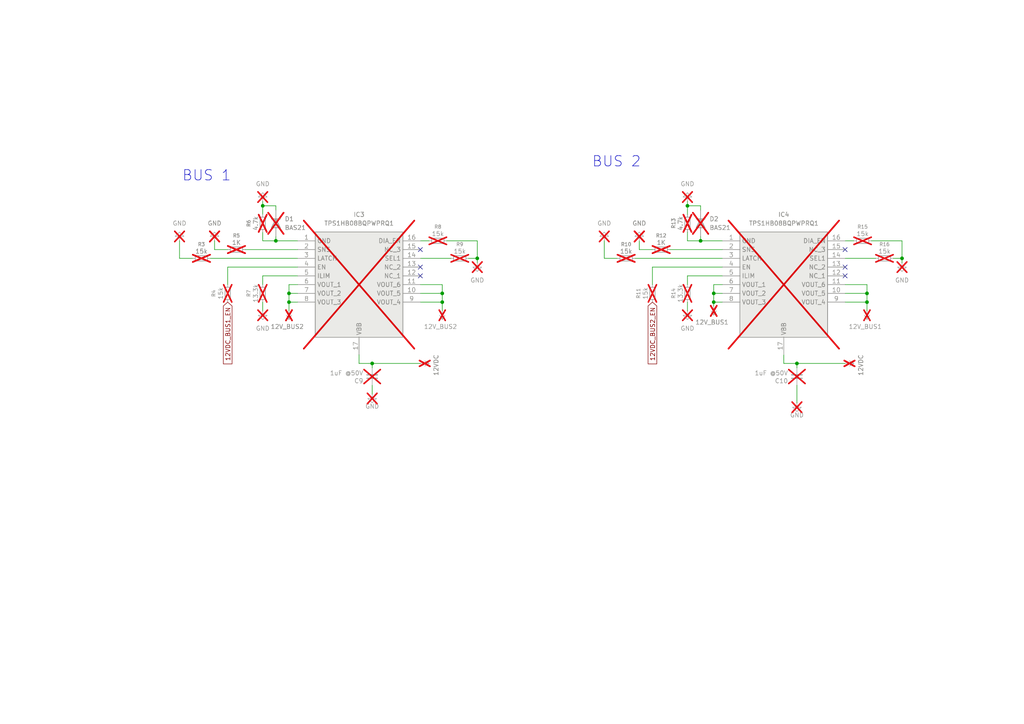
<source format=kicad_sch>
(kicad_sch (version 20250114) (generator "eeschema") (generator_version "9.0")
  (paper "A4")
  (lib_symbols
    (symbol "Device:C_Small" (pin_numbers (hide yes)) (pin_names (offset 0.254) (hide yes))
      (property "Reference" "C" (at 0.254 1.778 0))
      (property "Value" "C_Small" (at 0.254 -2.032 0))
      (symbol "C_Small_0_1"
        (polyline (pts (xy -1.524 0.508) (xy 1.524 0.508)) (stroke (width 0.3048)))
        (polyline (pts (xy -1.524 -0.508) (xy 1.524 -0.508)) (stroke (width 0.3302)))
      )
      (symbol "C_Small_1_1"
        (pin passive line (at 0 2.54 270) (length 2.032) (name "~") (number "1"))
        (pin passive line (at 0 -2.54 90) (length 2.032) (name "~") (number "2"))
      )
    )
    (symbol "Device:R_Small" (pin_numbers (hide yes)) (pin_names (offset 0.254) (hide yes))
      (property "Reference" "R" (at 0 0 90))
      (property "Value" "R_Small" (at 1.778 0 90))
      (symbol "R_Small_0_1"
        (rectangle (start -0.762 1.778) (end 0.762 -1.778) (stroke (width 0.2032)))
      )
      (symbol "R_Small_1_1"
        (pin passive line (at 0 2.54 270) (length 0.762) (name "~") (number "1"))
        (pin passive line (at 0 -2.54 90) (length 0.762) (name "~") (number "2"))
      )
    )
    (symbol "Diode:BAS21" (pin_numbers (hide yes)) (pin_names (hide yes))
      (property "Reference" "D" (at 0 2.54 0))
      (property "Value" "BAS21" (at 0 -2.54 0))
      (symbol "BAS21_0_1"
        (polyline (pts (xy -1.27 1.27) (xy -1.27 -1.27)) (stroke (width 0.254)))
        (polyline (pts (xy 1.27 1.27) (xy 1.27 -1.27) (xy -1.27 0) (xy 1.27 1.27)) (stroke (width 0.254)))
        (polyline (pts (xy 1.27 0) (xy -1.27 0)))
      )
      (symbol "BAS21_1_1"
        (pin passive line (at -3.81 0 0) (length 2.54) (name "K") (number "3"))
        (pin no_connect line (at -1.27 0 0) (length 2.54) (hide yes) (name "NC") (number "2"))
        (pin passive line (at 3.81 0 180) (length 2.54) (name "A") (number "1"))
      )
    )
    (symbol "power:+BATT" (power) (pin_numbers (hide yes)) (pin_names (offset 0) (hide yes))
      (property "Value" "+BATT" (at 0 3.556 0))
      (symbol "+BATT_0_1"
        (polyline (pts (xy -0.762 1.27) (xy 0 2.54)))
        (polyline (pts (xy 0 2.54) (xy 0.762 1.27)))
        (polyline (pts (xy 0 0) (xy 0 2.54)))
      )
      (symbol "+BATT_1_1"
        (pin power_in line (at 0 0 90) (length 0) (name "~") (number "1"))
      )
    )
    (symbol "power:GND1" (power) (pin_numbers (hide yes)) (pin_names (offset 0) (hide yes))
      (property "Value" "GND1" (at 0 -3.81 0))
      (symbol "GND1_0_1"
        (polyline (pts (xy 0 0) (xy 0 -1.27) (xy 1.27 -1.27) (xy 0 -2.54) (xy -1.27 -1.27) (xy 0 -1.27)))
      )
      (symbol "GND1_1_1"
        (pin power_in line (at 0 0 270) (length 0) (name "~") (number "1"))
      )
    )
    (symbol "samac_sys:TPS1HB08BQPWPRQ1"
      (property "Reference" "IC" (at 31.75 7.62 0))
      (property "Value" "TPS1HB08BQPWPRQ1" (at 31.75 5.08 0))
      (symbol "TPS1HB08BQPWPRQ1_1_1"
        (rectangle (start 5.08 2.54) (end 30.48 -27.94) (stroke (width 0.254)) (fill (type background)))
        (pin passive line (at 0 0 0) (length 5.08) (name "GND") (number "1"))
        (pin passive line (at 0 -2.54 0) (length 5.08) (name "SNS") (number "2"))
        (pin passive line (at 0 -5.08 0) (length 5.08) (name "LATCH") (number "3"))
        (pin passive line (at 0 -7.62 0) (length 5.08) (name "EN") (number "4"))
        (pin passive line (at 0 -10.16 0) (length 5.08) (name "ILIM") (number "5"))
        (pin passive line (at 0 -12.7 0) (length 5.08) (name "VOUT_1") (number "6"))
        (pin passive line (at 0 -15.24 0) (length 5.08) (name "VOUT_2") (number "7"))
        (pin passive line (at 0 -17.78 0) (length 5.08) (name "VOUT_3") (number "8"))
        (pin passive line (at 17.78 -33.02 90) (length 5.08) (name "VBB") (number "17"))
        (pin passive line (at 35.56 0 180) (length 5.08) (name "DIA_EN") (number "16"))
        (pin passive line (at 35.56 -2.54 180) (length 5.08) (name "NC_3") (number "15"))
        (pin passive line (at 35.56 -5.08 180) (length 5.08) (name "SEL1") (number "14"))
        (pin passive line (at 35.56 -7.62 180) (length 5.08) (name "NC_2") (number "13"))
        (pin passive line (at 35.56 -10.16 180) (length 5.08) (name "NC_1") (number "12"))
        (pin passive line (at 35.56 -12.7 180) (length 5.08) (name "VOUT_6") (number "11"))
        (pin passive line (at 35.56 -15.24 180) (length 5.08) (name "VOUT_5") (number "10"))
        (pin passive line (at 35.56 -17.78 180) (length 5.08) (name "VOUT_4") (number "9"))
      )
    )
  )
  (text "BUS 2\n" (at 178.816 46.99 0) (effects (font (size 3 3))))
  (text "BUS 1" (at 59.944 51.054 0) (effects (font (size 3 3))))
  (junction (at 251.46 87.63))
  (junction (at 261.62 74.93))
  (junction (at 207.01 85.09))
  (junction (at 251.46 85.09))
  (junction (at 80.01 69.85))
  (junction (at 107.95 105.41))
  (junction (at 76.2 59.69))
  (junction (at 231.14 105.41))
  (junction (at 128.27 87.63))
  (junction (at 138.43 74.93))
  (junction (at 83.82 87.63))
  (junction (at 203.2 69.85))
  (junction (at 199.39 59.69))
  (junction (at 128.27 85.09))
  (junction (at 207.01 87.63))
  (junction (at 83.82 85.09))
  (no_connect (at 121.92 77.47))
  (no_connect (at 245.11 72.39))
  (no_connect (at 245.11 77.47))
  (no_connect (at 121.92 80.01))
  (no_connect (at 121.92 72.39))
  (no_connect (at 245.11 80.01))
  (wire (pts (xy 194.31 72.39) (xy 209.55 72.39)))
  (wire (pts (xy 203.2 59.69) (xy 199.39 59.69)))
  (wire (pts (xy 121.92 69.85) (xy 124.46 69.85)))
  (wire (pts (xy 121.92 87.63) (xy 128.27 87.63)))
  (wire (pts (xy 245.11 69.85) (xy 247.65 69.85)))
  (wire (pts (xy 251.46 85.09) (xy 251.46 87.63)))
  (wire (pts (xy 231.14 106.68) (xy 231.14 105.41)))
  (wire (pts (xy 227.33 105.41) (xy 227.33 102.87)))
  (wire (pts (xy 209.55 69.85) (xy 203.2 69.85)))
  (wire (pts (xy 185.42 72.39) (xy 189.23 72.39)))
  (wire (pts (xy 129.54 69.85) (xy 138.43 69.85)))
  (wire (pts (xy 80.01 59.69) (xy 76.2 59.69)))
  (wire (pts (xy 76.2 90.17) (xy 76.2 87.63)))
  (wire (pts (xy 209.55 80.01) (xy 199.39 80.01)))
  (wire (pts (xy 83.82 85.09) (xy 83.82 82.55)))
  (wire (pts (xy 251.46 82.55) (xy 251.46 85.09)))
  (wire (pts (xy 62.23 69.85) (xy 62.23 72.39)))
  (wire (pts (xy 245.11 85.09) (xy 251.46 85.09)))
  (wire (pts (xy 66.04 77.47) (xy 86.36 77.47)))
  (wire (pts (xy 76.2 59.69) (xy 76.2 58.42)))
  (wire (pts (xy 207.01 87.63) (xy 209.55 87.63)))
  (wire (pts (xy 245.11 87.63) (xy 251.46 87.63)))
  (wire (pts (xy 138.43 69.85) (xy 138.43 74.93)))
  (wire (pts (xy 199.39 80.01) (xy 199.39 82.55)))
  (wire (pts (xy 83.82 87.63) (xy 83.82 90.17)))
  (wire (pts (xy 227.33 105.41) (xy 231.14 105.41)))
  (wire (pts (xy 207.01 87.63) (xy 207.01 85.09)))
  (wire (pts (xy 76.2 69.85) (xy 80.01 69.85)))
  (wire (pts (xy 199.39 90.17) (xy 199.39 87.63)))
  (wire (pts (xy 261.62 69.85) (xy 261.62 74.93)))
  (wire (pts (xy 104.14 105.41) (xy 104.14 102.87)))
  (wire (pts (xy 138.43 76.2) (xy 138.43 74.93)))
  (wire (pts (xy 128.27 87.63) (xy 128.27 90.17)))
  (wire (pts (xy 175.26 69.85) (xy 175.26 74.93)))
  (wire (pts (xy 185.42 69.85) (xy 185.42 72.39)))
  (wire (pts (xy 135.89 74.93) (xy 138.43 74.93)))
  (wire (pts (xy 184.15 74.93) (xy 209.55 74.93)))
  (wire (pts (xy 121.92 74.93) (xy 130.81 74.93)))
  (wire (pts (xy 107.95 106.68) (xy 107.95 105.41)))
  (wire (pts (xy 128.27 82.55) (xy 128.27 85.09)))
  (wire (pts (xy 107.95 111.76) (xy 107.95 114.3)))
  (wire (pts (xy 259.08 74.93) (xy 261.62 74.93)))
  (wire (pts (xy 121.92 85.09) (xy 128.27 85.09)))
  (wire (pts (xy 207.01 82.55) (xy 209.55 82.55)))
  (wire (pts (xy 104.14 105.41) (xy 107.95 105.41)))
  (wire (pts (xy 245.11 74.93) (xy 254 74.93)))
  (wire (pts (xy 76.2 67.31) (xy 76.2 69.85)))
  (wire (pts (xy 203.2 60.96) (xy 203.2 59.69)))
  (wire (pts (xy 231.14 105.41) (xy 245.11 105.41)))
  (wire (pts (xy 128.27 85.09) (xy 128.27 87.63)))
  (wire (pts (xy 83.82 82.55) (xy 86.36 82.55)))
  (wire (pts (xy 252.73 69.85) (xy 261.62 69.85)))
  (wire (pts (xy 62.23 72.39) (xy 66.04 72.39)))
  (wire (pts (xy 189.23 77.47) (xy 189.23 82.55)))
  (wire (pts (xy 86.36 69.85) (xy 80.01 69.85)))
  (wire (pts (xy 52.07 74.93) (xy 55.88 74.93)))
  (wire (pts (xy 52.07 69.85) (xy 52.07 74.93)))
  (wire (pts (xy 199.39 67.31) (xy 199.39 69.85)))
  (wire (pts (xy 203.2 69.85) (xy 203.2 68.58)))
  (wire (pts (xy 207.01 85.09) (xy 209.55 85.09)))
  (wire (pts (xy 71.12 72.39) (xy 86.36 72.39)))
  (wire (pts (xy 83.82 87.63) (xy 83.82 85.09)))
  (wire (pts (xy 80.01 69.85) (xy 80.01 68.58)))
  (wire (pts (xy 261.62 76.2) (xy 261.62 74.93)))
  (wire (pts (xy 86.36 80.01) (xy 76.2 80.01)))
  (wire (pts (xy 83.82 87.63) (xy 86.36 87.63)))
  (wire (pts (xy 76.2 80.01) (xy 76.2 82.55)))
  (wire (pts (xy 199.39 59.69) (xy 199.39 58.42)))
  (wire (pts (xy 83.82 85.09) (xy 86.36 85.09)))
  (wire (pts (xy 199.39 59.69) (xy 199.39 62.23)))
  (wire (pts (xy 245.11 82.55) (xy 251.46 82.55)))
  (wire (pts (xy 107.95 105.41) (xy 121.92 105.41)))
  (wire (pts (xy 121.92 82.55) (xy 128.27 82.55)))
  (wire (pts (xy 251.46 87.63) (xy 251.46 90.17)))
  (wire (pts (xy 207.01 85.09) (xy 207.01 82.55)))
  (wire (pts (xy 66.04 77.47) (xy 66.04 82.55)))
  (wire (pts (xy 175.26 74.93) (xy 179.07 74.93)))
  (wire (pts (xy 76.2 59.69) (xy 76.2 62.23)))
  (wire (pts (xy 231.14 111.76) (xy 231.14 116.84)))
  (wire (pts (xy 60.96 74.93) (xy 86.36 74.93)))
  (wire (pts (xy 207.01 88.9) (xy 207.01 87.63)))
  (wire (pts (xy 80.01 60.96) (xy 80.01 59.69)))
  (wire (pts (xy 199.39 69.85) (xy 203.2 69.85)))
  (wire (pts (xy 189.23 77.47) (xy 209.55 77.47)))
  (global_label "12VDC_BUS2_EN" (shape input) (at 189.23 87.63 270) (property "Intersheetrefs" "${INTERSHEET_REFS}" (effects (hide yes))))
  (global_label "12VDC_BUS1_EN" (shape input) (at 66.04 87.63 270) (property "Intersheetrefs" "${INTERSHEET_REFS}" (effects (hide yes))))
  (symbol (lib_id "Diode:BAS21") (at 80.01 64.77 270) (unit 1) (in_bom no) (on_board no) (dnp yes)
    (property "Reference" "D1" (at 82.55 63.4999 90) (effects (justify left)))
    (property "Value" "BAS21" (at 82.55 66.0399 90) (effects (justify left)))
    (property "Footprint" "Package_TO_SOT_SMD:SOT-23" (effects (hide yes)))
    (property "Datasheet" "https://www.diodes.com/assets/Datasheets/Ds12004.pdf" (effects (hide yes)))
    (property "Description" "250V, 0.4A, High-speed Switching Diode, SOT-23" (effects (hide yes)))
  )
  (symbol (lib_id "power:GND1") (at 199.39 90.17 0) (unit 1) (in_bom no) (on_board no) (dnp yes)
    (property "Reference" "#PWR029" (effects (hide yes)))
    (property "Value" "GND" (at 199.39 95.25 0))
    (property "Description" "Power symbol creates a global label with name \"GND1\" , ground" (effects (hide yes)))
  )
  (symbol (lib_id "power:+BATT") (at 207.01 88.9 180) (unit 1) (in_bom no) (on_board no) (dnp yes)
    (property "Reference" "#PWR030" (effects (hide yes)))
    (property "Value" "12V_BUS1" (at 206.502 93.472 0))
    (property "Description" "Power symbol creates a global label with name \"+BATT\"" (effects (hide yes)))
  )
  (symbol (lib_id "Device:R_Small") (at 76.2 64.77 180) (unit 1) (in_bom no) (on_board no) (dnp yes)
    (property "Reference" "R6" (at 72.136 64.77 90) (effects (font (size 1.016 1.016))))
    (property "Value" "4.7k" (at 74.168 64.77 90))
    (property "Footprint" "Resistor_SMD:R_0603_1608Metric" (effects (hide yes)))
    (property "Description" "Resistor, small symbol" (effects (hide yes)))
  )
  (symbol (lib_id "Device:R_Small") (at 199.39 64.77 180) (unit 1) (in_bom no) (on_board no) (dnp yes)
    (property "Reference" "R13" (at 195.326 64.77 90) (effects (font (size 1.016 1.016))))
    (property "Value" "4.7k" (at 197.358 64.77 90))
    (property "Footprint" "Resistor_SMD:R_0603_1608Metric" (effects (hide yes)))
    (property "Description" "Resistor, small symbol" (effects (hide yes)))
  )
  (symbol (lib_id "Device:R_Small") (at 191.77 72.39 90) (unit 1) (in_bom no) (on_board no) (dnp yes)
    (property "Reference" "R12" (at 191.77 68.326 90) (effects (font (size 1.016 1.016))))
    (property "Value" "1K" (at 191.77 70.358 90))
    (property "Footprint" "Resistor_SMD:R_0603_1608Metric" (effects (hide yes)))
    (property "Description" "Resistor, small symbol" (effects (hide yes)))
  )
  (symbol (lib_id "Device:R_Small") (at 68.58 72.39 90) (unit 1) (in_bom no) (on_board no) (dnp yes)
    (property "Reference" "R5" (at 68.58 68.326 90) (effects (font (size 1.016 1.016))))
    (property "Value" "1K" (at 68.58 70.358 90))
    (property "Footprint" "Resistor_SMD:R_0603_1608Metric" (effects (hide yes)))
    (property "Description" "Resistor, small symbol" (effects (hide yes)))
  )
  (symbol (lib_id "Device:R_Small") (at 181.61 74.93 90) (unit 1) (in_bom no) (on_board no) (dnp yes)
    (property "Reference" "R10" (at 181.61 70.866 90) (effects (font (size 1.016 1.016))))
    (property "Value" "15k" (at 181.61 72.898 90))
    (property "Footprint" "Resistor_SMD:R_0603_1608Metric" (effects (hide yes)))
    (property "Description" "Resistor, small symbol" (effects (hide yes)))
  )
  (symbol (lib_id "Diode:BAS21") (at 203.2 64.77 270) (unit 1) (in_bom no) (on_board no) (dnp yes)
    (property "Reference" "D2" (at 205.74 63.4999 90) (effects (justify left)))
    (property "Value" "BAS21" (at 205.74 66.0399 90) (effects (justify left)))
    (property "Footprint" "Package_TO_SOT_SMD:SOT-23" (effects (hide yes)))
    (property "Datasheet" "https://www.diodes.com/assets/Datasheets/Ds12004.pdf" (effects (hide yes)))
    (property "Description" "250V, 0.4A, High-speed Switching Diode, SOT-23" (effects (hide yes)))
  )
  (symbol (lib_id "power:GND1") (at 138.43 76.2 0) (unit 1) (in_bom no) (on_board no) (dnp yes)
    (property "Reference" "#PWR025" (effects (hide yes)))
    (property "Value" "GND" (at 138.43 81.28 0))
    (property "Description" "Power symbol creates a global label with name \"GND1\" , ground" (effects (hide yes)))
  )
  (symbol (lib_id "Device:C_Small") (at 231.14 109.22 180) (unit 1) (in_bom no) (on_board no) (dnp yes)
    (property "Reference" "C10" (at 228.6 110.4838 0) (effects (justify left)))
    (property "Value" "1uF @50V" (at 228.6 108.204 0) (effects (justify left)))
    (property "Footprint" "Capacitor_SMD:C_0805_2012Metric_Pad1.18x1.45mm_HandSolder" (effects (hide yes)))
    (property "Datasheet" "GRT21BR71H105KE01K" (effects (hide yes)))
    (property "Description" "Unpolarized capacitor, small symbol" (effects (hide yes)))
  )
  (symbol (lib_id "power:GND1") (at 62.23 69.85 180) (unit 1) (in_bom no) (on_board no) (dnp yes)
    (property "Reference" "#PWR018" (effects (hide yes)))
    (property "Value" "GND" (at 62.23 64.77 0))
    (property "Description" "Power symbol creates a global label with name \"GND1\" , ground" (effects (hide yes)))
  )
  (symbol (lib_id "Device:R_Small") (at 250.19 69.85 90) (unit 1) (in_bom no) (on_board no) (dnp yes)
    (property "Reference" "R15" (at 250.19 65.786 90) (effects (font (size 1.016 1.016))))
    (property "Value" "15k" (at 250.19 67.818 90))
    (property "Footprint" "Resistor_SMD:R_0603_1608Metric" (effects (hide yes)))
    (property "Description" "Resistor, small symbol" (effects (hide yes)))
  )
  (symbol (lib_id "Device:R_Small") (at 189.23 85.09 180) (unit 1) (in_bom no) (on_board no) (dnp yes)
    (property "Reference" "R11" (at 185.166 85.09 90) (effects (font (size 1.016 1.016))))
    (property "Value" "15k" (at 187.198 85.09 90))
    (property "Footprint" "Resistor_SMD:R_0603_1608Metric" (effects (hide yes)))
    (property "Description" "Resistor, small symbol" (effects (hide yes)))
  )
  (symbol (lib_id "power:GND1") (at 261.62 76.2 0) (unit 1) (in_bom no) (on_board no) (dnp yes)
    (property "Reference" "#PWR034" (effects (hide yes)))
    (property "Value" "GND" (at 261.62 81.28 0))
    (property "Description" "Power symbol creates a global label with name \"GND1\" , ground" (effects (hide yes)))
  )
  (symbol (lib_id "Device:R_Small") (at 127 69.85 90) (unit 1) (in_bom no) (on_board no) (dnp yes)
    (property "Reference" "R8" (at 127 65.786 90) (effects (font (size 1.016 1.016))))
    (property "Value" "15k" (at 127 67.818 90))
    (property "Footprint" "Resistor_SMD:R_0603_1608Metric" (effects (hide yes)))
    (property "Description" "Resistor, small symbol" (effects (hide yes)))
  )
  (symbol (lib_id "power:GND1") (at 175.26 69.85 180) (unit 1) (in_bom no) (on_board no) (dnp yes)
    (property "Reference" "#PWR026" (effects (hide yes)))
    (property "Value" "GND" (at 175.26 64.77 0))
    (property "Description" "Power symbol creates a global label with name \"GND1\" , ground" (effects (hide yes)))
  )
  (symbol (lib_id "Device:R_Small") (at 199.39 85.09 180) (unit 1) (in_bom no) (on_board no) (dnp yes)
    (property "Reference" "R14" (at 195.326 85.09 90) (effects (font (size 1.016 1.016))))
    (property "Value" "13.3k" (at 197.358 85.09 90))
    (property "Footprint" "Resistor_SMD:R_0603_1608Metric" (effects (hide yes)))
    (property "Description" "Resistor, small symbol" (effects (hide yes)))
  )
  (symbol (lib_id "Device:R_Small") (at 66.04 85.09 180) (unit 1) (in_bom no) (on_board no) (dnp yes)
    (property "Reference" "R4" (at 61.976 85.09 90) (effects (font (size 1.016 1.016))))
    (property "Value" "15k" (at 64.008 85.09 90))
    (property "Footprint" "Resistor_SMD:R_0603_1608Metric" (effects (hide yes)))
    (property "Description" "Resistor, small symbol" (effects (hide yes)))
  )
  (symbol (lib_id "samac_sys:TPS1HB08BQPWPRQ1") (at 209.55 69.85 0) (unit 1) (in_bom no) (on_board no) (dnp yes)
    (property "Reference" "IC4" (at 227.33 62.23 0))
    (property "Value" "TPS1HB08BQPWPRQ1" (at 227.33 64.77 0))
    (property "Footprint" "SamacSys_Parts:SOP65P640X120-17N" (effects (hide yes)))
    (property "Datasheet" "https://www.ti.com/lit/gpn/TPS1HB08-Q1" (effects (hide yes)))
    (property "Description" "Power Switch ICs - Power Distribution 40V, 8-mOhm, 1-Ch smart high-side switch 16-HTSSOP -40 to 125" (effects (hide yes)))
    (property "Height" "1.2" (effects (hide yes)))
    (property "Mouser Part Number" "595-TPS1HB08BQPWPRQ1" (effects (hide yes)))
    (property "Mouser Price/Stock" "https://www.mouser.co.uk/ProductDetail/Texas-Instruments/TPS1HB08BQPWPRQ1?qs=mAH9sUMRCtv45LM2ONjbhg%3D%3D" (effects (hide yes)))
    (property "Manufacturer_Name" "Texas Instruments" (effects (hide yes)))
    (property "Manufacturer_Part_Number" "TPS1HB08BQPWPRQ1" (effects (hide yes)))
  )
  (symbol (lib_id "power:GND1") (at 76.2 90.17 0) (unit 1) (in_bom no) (on_board no) (dnp yes)
    (property "Reference" "#PWR020" (effects (hide yes)))
    (property "Value" "GND" (at 76.2 95.25 0))
    (property "Description" "Power symbol creates a global label with name \"GND1\" , ground" (effects (hide yes)))
  )
  (symbol (lib_id "samac_sys:TPS1HB08BQPWPRQ1") (at 86.36 69.85 0) (unit 1) (in_bom no) (on_board no) (dnp yes)
    (property "Reference" "IC3" (at 104.14 62.23 0))
    (property "Value" "TPS1HB08BQPWPRQ1" (at 104.14 64.77 0))
    (property "Footprint" "SamacSys_Parts:SOP65P640X120-17N" (effects (hide yes)))
    (property "Datasheet" "https://www.ti.com/lit/gpn/TPS1HB08-Q1" (effects (hide yes)))
    (property "Description" "Power Switch ICs - Power Distribution 40V, 8-mOhm, 1-Ch smart high-side switch 16-HTSSOP -40 to 125" (effects (hide yes)))
    (property "Height" "1.2" (effects (hide yes)))
    (property "Mouser Part Number" "595-TPS1HB08BQPWPRQ1" (effects (hide yes)))
    (property "Mouser Price/Stock" "https://www.mouser.co.uk/ProductDetail/Texas-Instruments/TPS1HB08BQPWPRQ1?qs=mAH9sUMRCtv45LM2ONjbhg%3D%3D" (effects (hide yes)))
    (property "Manufacturer_Name" "Texas Instruments" (effects (hide yes)))
    (property "Manufacturer_Part_Number" "TPS1HB08BQPWPRQ1" (effects (hide yes)))
  )
  (symbol (lib_id "power:+BATT") (at 83.82 90.17 180) (unit 1) (in_bom no) (on_board no) (dnp yes)
    (property "Reference" "#PWR021" (effects (hide yes)))
    (property "Value" "12V_BUS2" (at 83.312 94.742 0))
    (property "Description" "Power symbol creates a global label with name \"+BATT\"" (effects (hide yes)))
  )
  (symbol (lib_id "power:GND1") (at 76.2 58.42 180) (unit 1) (in_bom no) (on_board no) (dnp yes)
    (property "Reference" "#PWR019" (effects (hide yes)))
    (property "Value" "GND" (at 76.2 53.34 0))
    (property "Description" "Power symbol creates a global label with name \"GND1\" , ground" (effects (hide yes)))
  )
  (symbol (lib_id "power:GND1") (at 231.14 116.84 0) (unit 1) (in_bom no) (on_board no) (dnp yes)
    (property "Reference" "#PWR031" (effects (hide yes)))
    (property "Value" "GND" (at 231.14 120.396 0))
    (property "Description" "Power symbol creates a global label with name \"GND1\" , ground" (effects (hide yes)))
  )
  (symbol (lib_id "Device:R_Small") (at 58.42 74.93 90) (unit 1) (in_bom no) (on_board no) (dnp yes)
    (property "Reference" "R3" (at 58.42 70.866 90) (effects (font (size 1.016 1.016))))
    (property "Value" "15k" (at 58.42 72.898 90))
    (property "Footprint" "Resistor_SMD:R_0603_1608Metric" (effects (hide yes)))
    (property "Description" "Resistor, small symbol" (effects (hide yes)))
  )
  (symbol (lib_id "power:+BATT") (at 121.92 105.41 270) (unit 1) (in_bom no) (on_board no) (dnp yes)
    (property "Reference" "#PWR023" (effects (hide yes)))
    (property "Value" "12VDC" (at 126.492 105.918 0))
    (property "Description" "Power symbol creates a global label with name \"+BATT\"" (effects (hide yes)))
  )
  (symbol (lib_id "power:GND1") (at 185.42 69.85 180) (unit 1) (in_bom no) (on_board no) (dnp yes)
    (property "Reference" "#PWR027" (effects (hide yes)))
    (property "Value" "GND" (at 185.42 64.77 0))
    (property "Description" "Power symbol creates a global label with name \"GND1\" , ground" (effects (hide yes)))
  )
  (symbol (lib_id "Device:R_Small") (at 133.35 74.93 90) (unit 1) (in_bom no) (on_board no) (dnp yes)
    (property "Reference" "R9" (at 133.35 70.866 90) (effects (font (size 1.016 1.016))))
    (property "Value" "15k" (at 133.35 72.898 90))
    (property "Footprint" "Resistor_SMD:R_0603_1608Metric" (effects (hide yes)))
    (property "Description" "Resistor, small symbol" (effects (hide yes)))
  )
  (symbol (lib_id "power:GND1") (at 52.07 69.85 180) (unit 1) (in_bom no) (on_board no) (dnp yes)
    (property "Reference" "#PWR017" (effects (hide yes)))
    (property "Value" "GND" (at 52.07 64.77 0))
    (property "Description" "Power symbol creates a global label with name \"GND1\" , ground" (effects (hide yes)))
  )
  (symbol (lib_id "Device:R_Small") (at 76.2 85.09 180) (unit 1) (in_bom no) (on_board no) (dnp yes)
    (property "Reference" "R7" (at 72.136 85.09 90) (effects (font (size 1.016 1.016))))
    (property "Value" "13.3k" (at 74.168 85.09 90))
    (property "Footprint" "Resistor_SMD:R_0603_1608Metric" (effects (hide yes)))
    (property "Description" "Resistor, small symbol" (effects (hide yes)))
  )
  (symbol (lib_id "power:GND1") (at 107.95 114.3 0) (unit 1) (in_bom no) (on_board no) (dnp yes)
    (property "Reference" "#PWR022" (effects (hide yes)))
    (property "Value" "GND" (at 107.95 117.856 0))
    (property "Description" "Power symbol creates a global label with name \"GND1\" , ground" (effects (hide yes)))
  )
  (symbol (lib_id "power:+BATT") (at 128.27 90.17 180) (unit 1) (in_bom no) (on_board no) (dnp yes)
    (property "Reference" "#PWR024" (effects (hide yes)))
    (property "Value" "12V_BUS2" (at 127.762 94.742 0))
    (property "Description" "Power symbol creates a global label with name \"+BATT\"" (effects (hide yes)))
  )
  (symbol (lib_id "power:+BATT") (at 251.46 90.17 180) (unit 1) (in_bom no) (on_board no) (dnp yes)
    (property "Reference" "#PWR033" (effects (hide yes)))
    (property "Value" "12V_BUS1" (at 250.952 94.742 0))
    (property "Description" "Power symbol creates a global label with name \"+BATT\"" (effects (hide yes)))
  )
  (symbol (lib_id "Device:C_Small") (at 107.95 109.22 180) (unit 1) (in_bom no) (on_board no) (dnp yes)
    (property "Reference" "C9" (at 105.41 110.4838 0) (effects (justify left)))
    (property "Value" "1uF @50V" (at 105.41 108.204 0) (effects (justify left)))
    (property "Footprint" "Capacitor_SMD:C_0805_2012Metric_Pad1.18x1.45mm_HandSolder" (effects (hide yes)))
    (property "Datasheet" "GRT21BR71H105KE01K" (effects (hide yes)))
    (property "Description" "Unpolarized capacitor, small symbol" (effects (hide yes)))
  )
  (symbol (lib_id "power:GND1") (at 199.39 58.42 180) (unit 1) (in_bom no) (on_board no) (dnp yes)
    (property "Reference" "#PWR028" (effects (hide yes)))
    (property "Value" "GND" (at 199.39 53.34 0))
    (property "Description" "Power symbol creates a global label with name \"GND1\" , ground" (effects (hide yes)))
  )
  (symbol (lib_id "power:+BATT") (at 245.11 105.41 270) (unit 1) (in_bom no) (on_board no) (dnp yes)
    (property "Reference" "#PWR032" (effects (hide yes)))
    (property "Value" "12VDC" (at 249.682 105.918 0))
    (property "Description" "Power symbol creates a global label with name \"+BATT\"" (effects (hide yes)))
  )
  (symbol (lib_id "Device:R_Small") (at 256.54 74.93 90) (unit 1) (in_bom no) (on_board no) (dnp yes)
    (property "Reference" "R16" (at 256.54 70.866 90) (effects (font (size 1.016 1.016))))
    (property "Value" "15k" (at 256.54 72.898 90))
    (property "Footprint" "Resistor_SMD:R_0603_1608Metric" (effects (hide yes)))
    (property "Description" "Resistor, small symbol" (effects (hide yes)))
  )
)
</source>
